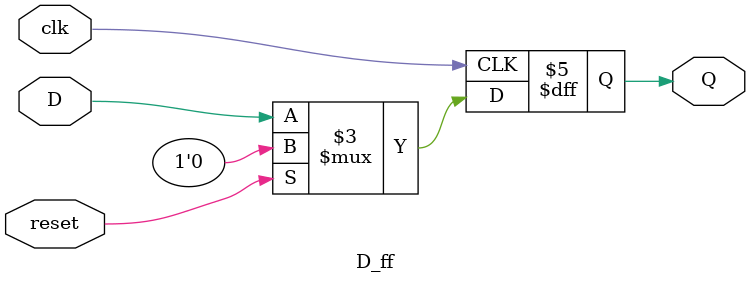
<source format=v>
`timescale 1ns / 1ps


module D_ff(
    input clk,
    input reset,
    input D,
    output reg Q
    );
    
    always @(posedge clk) begin
        if(reset) 
            Q <= 1'b0;
        else
            Q <= D;   
    end   
    
endmodule

</source>
